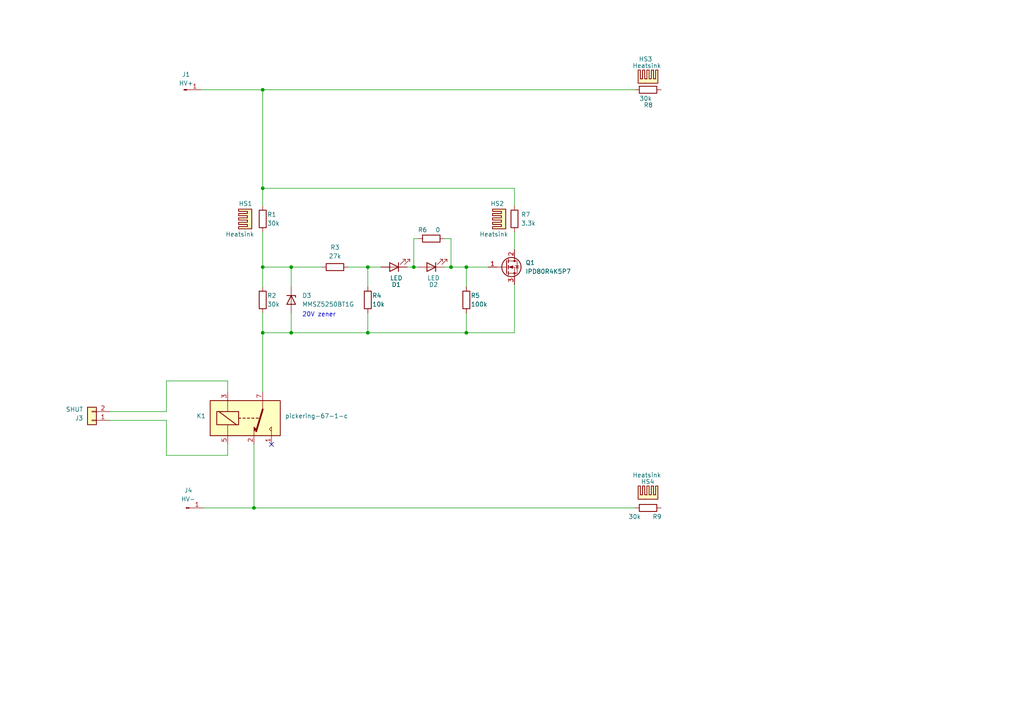
<source format=kicad_sch>
(kicad_sch (version 20230121) (generator eeschema)
  (paper "A4")
  (title_block (title "Discharge Relay Breakout PCB") (date "2023-04-29") (rev "1.1.0") (company "SUFST") (comment 1 "STAG 9") (comment 2 "Marek Frodyma") (comment 3 "Tim Brewis"))
  (lib_symbols
    (symbol "Connector:Conn_01x01_Pin" (pin_names (offset 1.016) hide)
      (property "Reference" "J" (at 0 2.54 0))
      (property "Value" "Conn_01x01_Pin" (at 0 -2.54 0))
      (symbol "Conn_01x01_Pin_1_1"
        (polyline (pts (xy 1.27 0) (xy 0.8636 0)) (stroke (width 0.1524)))
        (rectangle (start 0.8636 0.127) (end 0 -0.127) (stroke (width 0.1524)) (fill (type outline)))
        (pin passive line (at 5.08 0 180) (length 3.81) (name "Pin_1") (number "1"))
      )
    )
    (symbol "Connector_Generic:Conn_01x02" (pin_names (offset 1.016) hide)
      (property "Reference" "J" (at 0 2.54 0))
      (property "Value" "Conn_01x02" (at 0 -5.08 0))
      (symbol "Conn_01x02_1_1"
        (rectangle (start -1.27 -2.413) (end 0 -2.667) (stroke (width 0.1524)))
        (rectangle (start -1.27 0.127) (end 0 -0.127) (stroke (width 0.1524)))
        (rectangle (start -1.27 1.27) (end 1.27 -3.81) (stroke (width 0.254)) (fill (type background)))
        (pin passive line (at -5.08 0 0) (length 3.81) (name "Pin_1") (number "1"))
        (pin passive line (at -5.08 -2.54 0) (length 3.81) (name "Pin_2") (number "2"))
      )
    )
    (symbol "Device:D_Zener" (pin_numbers hide) (pin_names (offset 1.016) hide)
      (property "Reference" "D" (at 0 2.54 0))
      (property "Value" "D_Zener" (at 0 -2.54 0))
      (symbol "D_Zener_0_1"
        (polyline (pts (xy 1.27 0) (xy -1.27 0)))
        (polyline (pts (xy -1.27 -1.27) (xy -1.27 1.27) (xy -0.762 1.27)) (stroke (width 0.254)))
        (polyline (pts (xy 1.27 -1.27) (xy 1.27 1.27) (xy -1.27 0) (xy 1.27 -1.27)) (stroke (width 0.254)))
      )
      (symbol "D_Zener_1_1"
        (pin passive line (at -3.81 0 0) (length 2.54) (name "K") (number "1"))
        (pin passive line (at 3.81 0 180) (length 2.54) (name "A") (number "2"))
      )
    )
    (symbol "Device:LED" (pin_numbers hide) (pin_names (offset 1.016) hide)
      (property "Reference" "D" (at 0 2.54 0))
      (property "Value" "LED" (at 0 -2.54 0))
      (symbol "LED_0_1"
        (polyline (pts (xy -1.27 -1.27) (xy -1.27 1.27)) (stroke (width 0.254)))
        (polyline (pts (xy -1.27 0) (xy 1.27 0)))
        (polyline (pts (xy 1.27 -1.27) (xy 1.27 1.27) (xy -1.27 0) (xy 1.27 -1.27)) (stroke (width 0.254)))
        (polyline (pts (xy -3.048 -0.762) (xy -4.572 -2.286) (xy -3.81 -2.286) (xy -4.572 -2.286) (xy -4.572 -1.524)))
        (polyline (pts (xy -1.778 -0.762) (xy -3.302 -2.286) (xy -2.54 -2.286) (xy -3.302 -2.286) (xy -3.302 -1.524)))
      )
      (symbol "LED_1_1"
        (pin passive line (at -3.81 0 0) (length 2.54) (name "K") (number "1"))
        (pin passive line (at 3.81 0 180) (length 2.54) (name "A") (number "2"))
      )
    )
    (symbol "Device:R" (pin_numbers hide) (pin_names (offset 0))
      (property "Reference" "R" (at 2.032 0 90))
      (property "Value" "R" (at 0 0 90))
      (symbol "R_0_1"
        (rectangle (start -1.016 -2.54) (end 1.016 2.54) (stroke (width 0.254)))
      )
      (symbol "R_1_1"
        (pin passive line (at 0 3.81 270) (length 1.27) (name "~") (number "1"))
        (pin passive line (at 0 -3.81 90) (length 1.27) (name "~") (number "2"))
      )
    )
    (symbol "Mechanical:Heatsink" (pin_names (offset 1.016))
      (property "Reference" "HS" (at 0 5.08 0))
      (property "Value" "Heatsink" (at 0 -1.27 0))
      (symbol "Heatsink_0_1"
        (polyline (pts (xy -0.3302 1.27) (xy -0.9652 1.27) (xy -0.9652 3.81) (xy -1.6002 3.81) (xy -1.6002 1.27) (xy -2.2352 1.27) (xy -2.2352 3.81) (xy -2.8702 3.81) (xy -2.8702 0) (xy -0.9652 0)) (stroke (width 0.254)) (fill (type background)))
        (polyline (pts (xy -0.3302 1.27) (xy -0.3302 3.81) (xy 0.3048 3.81) (xy 0.3048 1.27) (xy 0.9398 1.27) (xy 0.9398 3.81) (xy 1.5748 3.81) (xy 1.5748 1.27) (xy 2.2098 1.27) (xy 2.2098 3.81) (xy 2.8448 3.81) (xy 2.8448 0) (xy -0.9652 0)) (stroke (width 0.254)) (fill (type background)))
      )
    )
    (symbol "SUFST:FQD1N80TM" (pin_names hide)
      (property "Reference" "Q" (at 6.35 1.905 0))
      (property "Value" "FQD1N80TM" (at 6.35 0 0))
      (symbol "FQD1N80TM_0_1"
        (polyline (pts (xy 0.254 0) (xy -2.54 0)))
        (polyline (pts (xy 0.254 1.905) (xy 0.254 -1.905)) (stroke (width 0.254)))
        (polyline (pts (xy 0.762 -1.27) (xy 0.762 -2.286)) (stroke (width 0.254)))
        (polyline (pts (xy 0.762 0.508) (xy 0.762 -0.508)) (stroke (width 0.254)))
        (polyline (pts (xy 0.762 2.286) (xy 0.762 1.27)) (stroke (width 0.254)))
        (polyline (pts (xy 2.54 2.54) (xy 2.54 1.778)))
        (polyline (pts (xy 2.54 -2.54) (xy 2.54 0) (xy 0.762 0)))
        (polyline (pts (xy 0.762 -1.778) (xy 3.302 -1.778) (xy 3.302 1.778) (xy 0.762 1.778)))
        (polyline (pts (xy 1.016 0) (xy 2.032 0.381) (xy 2.032 -0.381) (xy 1.016 0)) (fill (type outline)))
        (polyline (pts (xy 2.794 0.508) (xy 2.921 0.381) (xy 3.683 0.381) (xy 3.81 0.254)))
        (polyline (pts (xy 3.302 0.381) (xy 2.921 -0.254) (xy 3.683 -0.254) (xy 3.302 0.381)))
        (circle (center 1.651 0) (radius 2.794) (stroke (width 0.254)))
        (circle (center 2.54 -1.778) (radius 0.254) (fill (type outline)))
        (circle (center 2.54 1.778) (radius 0.254) (fill (type outline)))
      )
      (symbol "FQD1N80TM_1_1"
        (pin input line (at -5.08 0 0) (length 2.54) (name "G") (number "1"))
        (pin passive line (at 2.54 5.08 270) (length 2.54) (name "D") (number "2"))
        (pin passive line (at 2.54 -5.08 90) (length 2.54) (name "S") (number "3"))
      )
    )
    (symbol "SUFST:SPDT"
      (property "Reference" "K" (at 11.43 3.81 0))
      (property "Value" "SPDT" (at 11.43 1.27 0))
      (symbol "SPDT_0_0"
        (polyline (pts (xy 2.54 5.08) (xy 2.54 2.54) (xy 3.175 3.175) (xy 2.54 3.81)) (fill (type outline)))
        (polyline (pts (xy 7.62 5.08) (xy 7.62 2.54) (xy 6.985 3.175) (xy 7.62 3.81)))
      )
      (symbol "SPDT_0_1"
        (rectangle (start -10.16 5.08) (end 10.16 -5.08) (stroke (width 0.254)) (fill (type background)))
        (rectangle (start -8.255 1.905) (end -1.905 -1.905) (stroke (width 0.254)))
        (polyline (pts (xy -7.62 -1.905) (xy -2.54 1.905)) (stroke (width 0.254)))
        (polyline (pts (xy -5.08 -5.08) (xy -5.08 -1.905)))
        (polyline (pts (xy -5.08 5.08) (xy -5.08 1.905)))
        (polyline (pts (xy -1.905 0) (xy -1.27 0)) (stroke (width 0.254)))
        (polyline (pts (xy -0.635 0) (xy 0 0)) (stroke (width 0.254)))
        (polyline (pts (xy 0.635 0) (xy 1.27 0)) (stroke (width 0.254)))
        (polyline (pts (xy 1.905 0) (xy 2.54 0)) (stroke (width 0.254)))
        (polyline (pts (xy 3.175 0) (xy 3.81 0)) (stroke (width 0.254)))
        (polyline (pts (xy 5.08 -2.54) (xy 3.175 3.81)) (stroke (width 0.508)))
        (polyline (pts (xy 5.08 -2.54) (xy 5.08 -5.08)))
      )
      (symbol "SPDT_1_1"
        (pin passive line (at 7.62 7.62 270) (length 2.54) (name "~") (number "1"))
        (pin passive line (at 2.54 7.62 270) (length 2.54) (name "~") (number "2"))
        (pin passive line (at -5.08 -7.62 90) (length 2.54) (name "~") (number "3"))
        (pin passive line (at -5.08 7.62 270) (length 2.54) (name "~") (number "5"))
        (pin passive line (at 5.08 -7.62 90) (length 2.54) (name "~") (number "7"))
      )
    )
  )
  (junction (at 76.2 77.47))
  (junction (at 106.68 96.52))
  (junction (at 130.81 77.47))
  (junction (at 73.66 147.32))
  (junction (at 76.2 54.61))
  (junction (at 135.255 77.47))
  (junction (at 84.455 77.47))
  (junction (at 120.015 77.47))
  (junction (at 84.455 96.52))
  (junction (at 106.68 77.47))
  (junction (at 135.255 96.52))
  (junction (at 76.2 96.52))
  (junction (at 76.2 26.035))
  (no_connect (at 78.74 128.905))
  (wire (pts (xy 31.75 121.92) (xy 48.26 121.92)))
  (wire (pts (xy 135.255 83.185) (xy 135.255 77.47)))
  (wire (pts (xy 73.66 147.32) (xy 73.66 128.905)))
  (wire (pts (xy 120.015 77.47) (xy 121.285 77.47)))
  (wire (pts (xy 135.255 90.805) (xy 135.255 96.52)))
  (wire (pts (xy 106.68 77.47) (xy 106.68 83.185)))
  (wire (pts (xy 76.2 77.47) (xy 84.455 77.47)))
  (wire (pts (xy 76.2 77.47) (xy 76.2 83.185)))
  (wire (pts (xy 100.965 77.47) (xy 106.68 77.47)))
  (wire (pts (xy 120.015 69.215) (xy 120.015 77.47)))
  (wire (pts (xy 106.68 96.52) (xy 135.255 96.52)))
  (wire (pts (xy 76.2 96.52) (xy 76.2 113.665)))
  (wire (pts (xy 76.2 67.31) (xy 76.2 77.47)))
  (wire (pts (xy 66.04 132.08) (xy 48.26 132.08)))
  (wire (pts (xy 59.055 147.32) (xy 73.66 147.32)))
  (wire (pts (xy 149.225 67.31) (xy 149.225 72.39)))
  (wire (pts (xy 76.2 26.035) (xy 76.2 54.61)))
  (wire (pts (xy 130.81 69.215) (xy 130.81 77.47)))
  (wire (pts (xy 135.255 96.52) (xy 149.225 96.52)))
  (wire (pts (xy 184.15 26.035) (xy 76.2 26.035)))
  (wire (pts (xy 149.225 96.52) (xy 149.225 82.55)))
  (wire (pts (xy 106.68 77.47) (xy 110.49 77.47)))
  (wire (pts (xy 84.455 77.47) (xy 93.345 77.47)))
  (wire (pts (xy 184.15 147.32) (xy 73.66 147.32)))
  (wire (pts (xy 76.2 59.69) (xy 76.2 54.61)))
  (wire (pts (xy 84.455 96.52) (xy 106.68 96.52)))
  (wire (pts (xy 58.42 26.035) (xy 76.2 26.035)))
  (wire (pts (xy 48.26 132.08) (xy 48.26 121.92)))
  (wire (pts (xy 106.68 90.805) (xy 106.68 96.52)))
  (wire (pts (xy 84.455 77.47) (xy 84.455 83.185)))
  (wire (pts (xy 66.04 110.49) (xy 48.26 110.49)))
  (wire (pts (xy 31.75 119.38) (xy 48.26 119.38)))
  (wire (pts (xy 76.2 90.805) (xy 76.2 96.52)))
  (wire (pts (xy 135.255 77.47) (xy 141.605 77.47)))
  (wire (pts (xy 66.04 113.665) (xy 66.04 110.49)))
  (wire (pts (xy 128.905 69.215) (xy 130.81 69.215)))
  (wire (pts (xy 121.285 69.215) (xy 120.015 69.215)))
  (wire (pts (xy 84.455 90.805) (xy 84.455 96.52)))
  (wire (pts (xy 76.2 54.61) (xy 149.225 54.61)))
  (wire (pts (xy 118.11 77.47) (xy 120.015 77.47)))
  (wire (pts (xy 66.04 128.905) (xy 66.04 132.08)))
  (wire (pts (xy 48.26 110.49) (xy 48.26 119.38)))
  (wire (pts (xy 76.2 96.52) (xy 84.455 96.52)))
  (wire (pts (xy 149.225 54.61) (xy 149.225 59.69)))
  (wire (pts (xy 128.905 77.47) (xy 130.81 77.47)))
  (wire (pts (xy 130.81 77.47) (xy 135.255 77.47)))
  (text "20V zener" (at 87.63 92.075 0) (effects (font (size 1.27 1.27)) (justify left bottom)))
  (symbol (lib_id "Device:R") (at 149.225 63.5 0) (unit 1)
    (property "Reference" "R7" (at 151.13 62.23 0) (effects (justify left)))
    (property "Value" "3.3k" (at 151.13 64.77 0) (effects (justify left)))
    (property "Footprint" "SUFST:HSA25" (effects hide))
  )
  (symbol (lib_id "Mechanical:Heatsink") (at 146.685 63.5 90) (unit 1) (on_board no)
    (property "Reference" "HS2" (at 142.24 59.055 90) (effects (justify right)))
    (property "Value" "Heatsink" (at 139.065 67.945 90) (effects (justify right)))
  )
  (symbol (lib_id "Connector:Conn_01x01_Pin") (at 53.975 147.32 0) (unit 1)
    (property "Reference" "J4" (at 54.61 142.24 0))
    (property "Value" "HV-" (at 54.61 144.78 0))
    (property "Footprint" "Connector_Wire:SolderWirePad_1x01_SMD_5x10mm" (effects hide))
  )
  (symbol (lib_id "Connector_Generic:Conn_01x02") (at 26.67 121.92 180) (unit 1)
    (property "Reference" "J3" (at 24.13 121.285 0) (effects (justify left)))
    (property "Value" "SHUT" (at 24.13 118.745 0) (effects (justify left)))
    (property "Footprint" "Connector_Molex:Molex_Micro-Fit_3.0_43650-0215_1x02_P3.00mm_Vertical" (effects hide))
  )
  (symbol (lib_id "SUFST:FQD1N80TM") (at 146.685 77.47 0) (unit 1)
    (property "Reference" "Q1" (at 152.4 76.1999 0) (effects (justify left)))
    (property "Value" "IPD80R4K5P7" (at 152.4 78.7399 0) (effects (justify left)))
    (property "Footprint" "Package_TO_SOT_SMD:TO-252-2" (effects hide))
  )
  (symbol (lib_id "Device:R") (at 106.68 86.995 0) (unit 1)
    (property "Reference" "R4" (at 107.95 85.725 0) (effects (justify left)))
    (property "Value" "10k" (at 107.95 88.265 0) (effects (justify left)))
    (property "Footprint" "Resistor_SMD:R_0805_2012Metric_Pad1.20x1.40mm_HandSolder" (effects hide))
  )
  (symbol (lib_id "Device:R") (at 125.095 69.215 90) (unit 1)
    (property "Reference" "R6" (at 122.555 66.675 90))
    (property "Value" "0" (at 127 66.675 90))
    (property "Footprint" "Resistor_SMD:R_0805_2012Metric_Pad1.20x1.40mm_HandSolder" (effects hide))
  )
  (symbol (lib_id "Connector:Conn_01x01_Pin") (at 53.34 26.035 0) (unit 1)
    (property "Reference" "J1" (at 53.975 21.59 0))
    (property "Value" "HV+" (at 53.975 24.13 0))
    (property "Footprint" "Connector_Wire:SolderWirePad_1x01_SMD_5x10mm" (effects hide))
  )
  (symbol (lib_id "Mechanical:Heatsink") (at 187.96 24.13 0) (unit 1) (on_board no)
    (property "Reference" "HS3" (at 189.23 17.145 0) (effects (justify right)))
    (property "Value" "Heatsink" (at 191.77 19.05 0) (effects (justify right)))
  )
  (symbol (lib_id "Device:R") (at 76.2 86.995 0) (unit 1)
    (property "Reference" "R2" (at 77.47 85.725 0) (effects (justify left)))
    (property "Value" "30k" (at 77.47 88.265 0) (effects (justify left)))
    (property "Footprint" "Resistor_SMD:R_0805_2012Metric_Pad1.20x1.40mm_HandSolder" (effects hide))
  )
  (symbol (lib_id "Device:R") (at 135.255 86.995 0) (unit 1)
    (property "Reference" "R5" (at 136.525 85.725 0) (effects (justify left)))
    (property "Value" "100k" (at 136.525 88.265 0) (effects (justify left)))
    (property "Footprint" "Resistor_SMD:R_0805_2012Metric_Pad1.20x1.40mm_HandSolder" (effects hide))
  )
  (symbol (lib_id "Mechanical:Heatsink") (at 187.96 144.78 0) (unit 1) (on_board no)
    (property "Reference" "HS4" (at 189.865 139.7 0) (effects (justify right)))
    (property "Value" "Heatsink" (at 191.77 137.795 0) (effects (justify right)))
  )
  (symbol (lib_id "Device:R") (at 97.155 77.47 90) (unit 1)
    (property "Reference" "R3" (at 97.155 71.755 90))
    (property "Value" "27k" (at 97.155 74.295 90))
    (property "Footprint" "Resistor_SMD:R_0805_2012Metric_Pad1.20x1.40mm_HandSolder" (effects hide))
  )
  (symbol (lib_id "Device:D_Zener") (at 84.455 86.995 270) (unit 1)
    (property "Reference" "D3" (at 87.63 85.725 90) (effects (justify left)))
    (property "Value" "MMSZ5250BT1G" (at 87.63 88.265 90) (effects (justify left)))
    (property "Footprint" "Diode_SMD:D_SOD-123" (effects hide))
  )
  (symbol (lib_id "Device:R") (at 187.96 26.035 270) (unit 1)
    (property "Reference" "R8" (at 186.69 30.48 90) (effects (justify left)))
    (property "Value" "30k" (at 185.42 28.575 90) (effects (justify left)))
    (property "Footprint" "SUFST:HSA25" (effects hide))
  )
  (symbol (lib_id "Mechanical:Heatsink") (at 73.025 63.5 90) (unit 1) (on_board no)
    (property "Reference" "HS1" (at 69.215 59.055 90) (effects (justify right)))
    (property "Value" "Heatsink" (at 65.405 67.945 90) (effects (justify right)))
  )
  (symbol (lib_id "Device:LED") (at 125.095 77.47 180) (unit 1)
    (property "Reference" "D2" (at 125.73 82.55 0))
    (property "Value" "LED" (at 125.73 80.645 0))
    (property "Footprint" "LED_SMD:LED_0603_1608Metric_Pad1.05x0.95mm_HandSolder" (effects hide))
  )
  (symbol (lib_id "SUFST:SPDT") (at 71.12 121.285 0) (mirror x) (unit 1)
    (property "Reference" "K1" (at 59.69 120.65 0) (effects (justify right)))
    (property "Value" "pickering-67-1-c" (at 100.965 120.65 0) (effects (justify right)))
    (property "Footprint" "SUFST:pickering-67-1-c" (effects hide))
    (property "Datasheet" "https://www.pickeringrelay.com/pdfs/67-68-high-voltage-reed-relays.pdf" (effects hide))
  )
  (symbol (lib_id "Device:R") (at 76.2 63.5 0) (unit 1)
    (property "Reference" "R1" (at 77.47 62.23 0) (effects (justify left)))
    (property "Value" "30k" (at 77.47 64.77 0) (effects (justify left)))
    (property "Footprint" "SUFST:HSA25" (effects hide))
  )
  (symbol (lib_id "Device:LED") (at 114.3 77.47 180) (unit 1)
    (property "Reference" "D1" (at 114.935 82.55 0))
    (property "Value" "LED" (at 114.935 80.645 0))
    (property "Footprint" "LED_SMD:LED_0603_1608Metric_Pad1.05x0.95mm_HandSolder" (effects hide))
  )
  (symbol (lib_id "Device:R") (at 187.96 147.32 270) (unit 1)
    (property "Reference" "R9" (at 189.23 149.86 90) (effects (justify left)))
    (property "Value" "30k" (at 182.245 149.86 90) (effects (justify left)))
    (property "Footprint" "SUFST:HSA25" (effects hide))
  )
)
</source>
